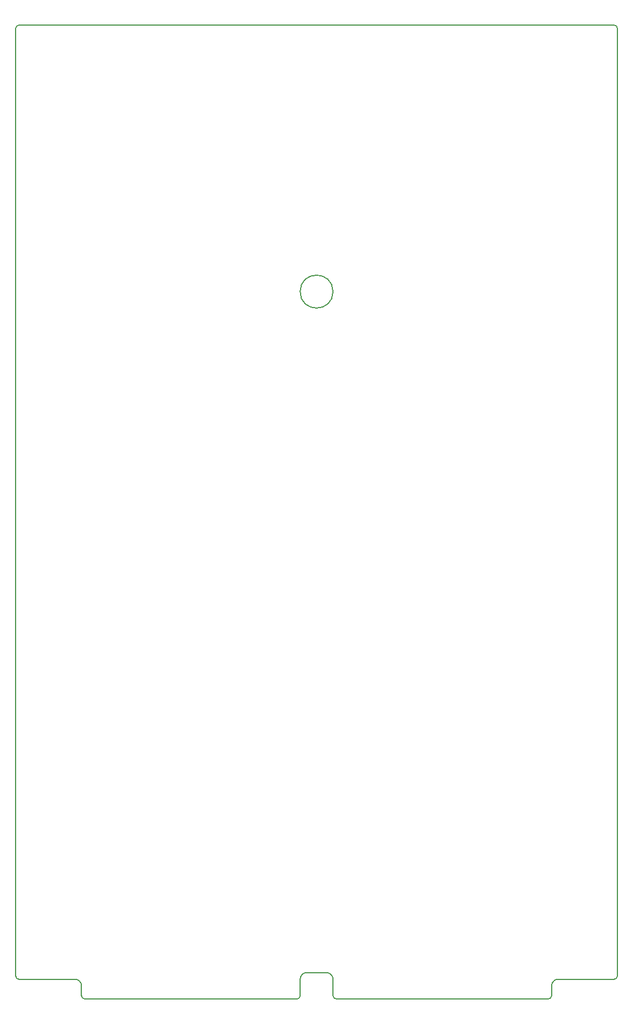
<source format=gm1>
%TF.GenerationSoftware,KiCad,Pcbnew,(5.0.0)*%
%TF.CreationDate,2019-02-05T01:12:51-08:00*%
%TF.ProjectId,Voyager20,566F796167657232302E6B696361645F,rev?*%
%TF.SameCoordinates,Original*%
%TF.FileFunction,Profile,NP*%
%FSLAX46Y46*%
G04 Gerber Fmt 4.6, Leading zero omitted, Abs format (unit mm)*
G04 Created by KiCad (PCBNEW (5.0.0)) date 02/05/19 01:12:51*
%MOMM*%
%LPD*%
G01*
G04 APERTURE LIST*
%ADD10C,0.200000*%
G04 APERTURE END LIST*
D10*
X77698000Y-124690000D02*
G75*
G02X78698000Y-125690000I0J-1000000D01*
G01*
X30448000Y-125190000D02*
X30448000Y18810000D01*
X73198000Y-128690000D02*
X40948000Y-128690000D01*
X30448000Y18810000D02*
G75*
G02X30948000Y19310000I500000J0D01*
G01*
X39448000Y-125690000D02*
X30948000Y-125690000D01*
X40948000Y-128690000D02*
G75*
G02X40448000Y-128190000I0J500000D01*
G01*
X30948000Y19310000D02*
X121448000Y19310000D01*
X78698000Y-21190000D02*
G75*
G03X78698000Y-21190000I-2500000J0D01*
G01*
X73698000Y-128190000D02*
G75*
G02X73198000Y-128690000I-500000J0D01*
G01*
X30948000Y-125690000D02*
G75*
G02X30448000Y-125190000I0J500000D01*
G01*
X73698000Y-125690000D02*
X73698000Y-128190000D01*
X77698000Y-124690000D02*
X74698000Y-124690000D01*
X73698000Y-125690000D02*
G75*
G02X74698000Y-124690000I1000000J0D01*
G01*
X40448000Y-128190000D02*
X40448000Y-126690000D01*
X39448000Y-125690000D02*
G75*
G02X40448000Y-126690000I0J-1000000D01*
G01*
X121948000Y-125190000D02*
G75*
G02X121448000Y-125690000I-500000J0D01*
G01*
X78698000Y-128190000D02*
X78698000Y-125690000D01*
X79198000Y-128690000D02*
G75*
G02X78698000Y-128190000I0J500000D01*
G01*
X111448000Y-128690000D02*
X79198000Y-128690000D01*
X111948000Y-128190000D02*
G75*
G02X111448000Y-128690000I-500000J0D01*
G01*
X121948000Y18810000D02*
X121948000Y-125190000D01*
X111948000Y-126690000D02*
X111948000Y-128190000D01*
X111948000Y-126690000D02*
G75*
G02X112948000Y-125690000I1000000J0D01*
G01*
X121448000Y-125690000D02*
X112948000Y-125690000D01*
X121448000Y19310000D02*
G75*
G02X121948000Y18810000I0J-500000D01*
G01*
M02*

</source>
